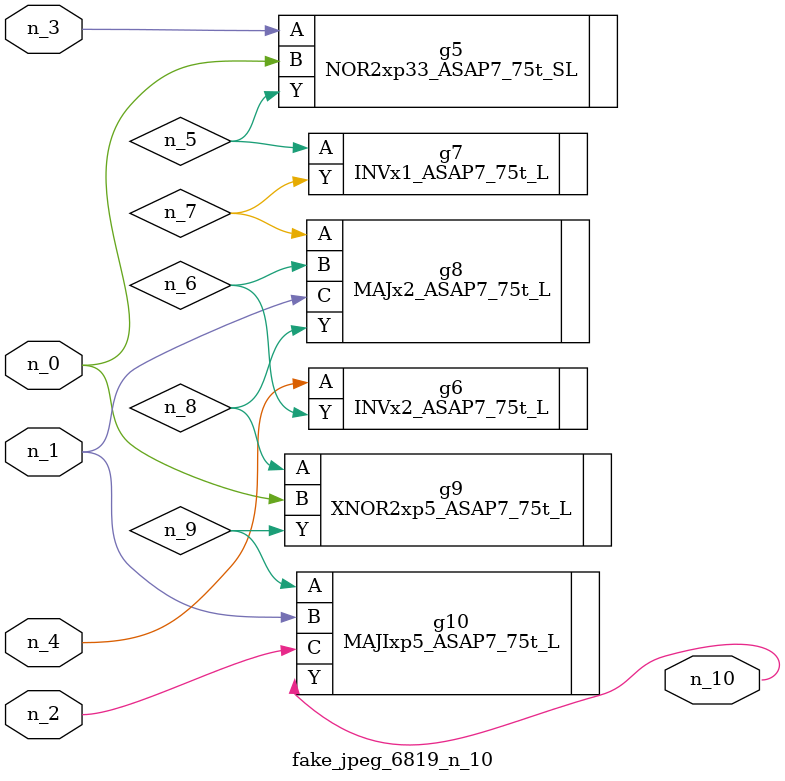
<source format=v>
module fake_jpeg_6819_n_10 (n_3, n_2, n_1, n_0, n_4, n_10);

input n_3;
input n_2;
input n_1;
input n_0;
input n_4;

output n_10;

wire n_8;
wire n_9;
wire n_6;
wire n_5;
wire n_7;

NOR2xp33_ASAP7_75t_SL g5 ( 
.A(n_3),
.B(n_0),
.Y(n_5)
);

INVx2_ASAP7_75t_L g6 ( 
.A(n_4),
.Y(n_6)
);

INVx1_ASAP7_75t_L g7 ( 
.A(n_5),
.Y(n_7)
);

MAJx2_ASAP7_75t_L g8 ( 
.A(n_7),
.B(n_6),
.C(n_1),
.Y(n_8)
);

XNOR2xp5_ASAP7_75t_L g9 ( 
.A(n_8),
.B(n_0),
.Y(n_9)
);

MAJIxp5_ASAP7_75t_L g10 ( 
.A(n_9),
.B(n_1),
.C(n_2),
.Y(n_10)
);


endmodule
</source>
